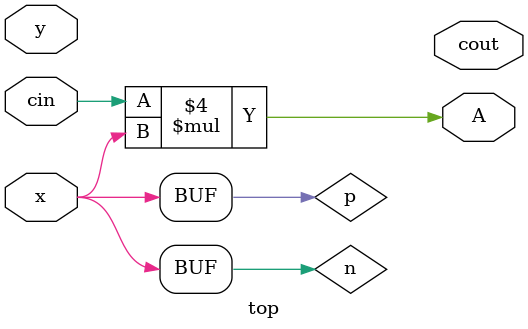
<source format=v>
module top
(
 input x,
 input y,
 input cin,

 output A,
 output cout
 );

`ifndef BUG
 wire pow,p,n;

assign pow = 2 ** y;

assign p =  +x;
assign n =  -x;
assign A =  cin * x;
`else
assign {cout,A} =  cin - y * x;
`endif

endmodule

</source>
